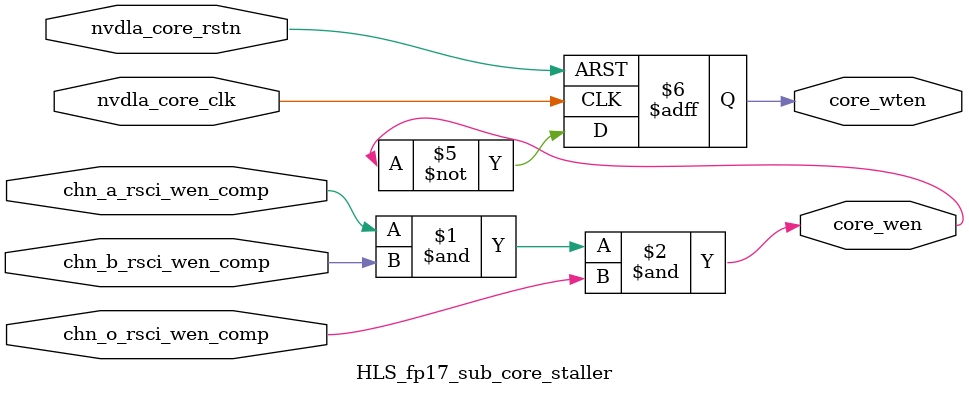
<source format=v>
module HLS_fp17_sub_core_staller (
  nvdla_core_clk, nvdla_core_rstn, core_wen, chn_a_rsci_wen_comp, core_wten, chn_b_rsci_wen_comp,
      chn_o_rsci_wen_comp
);
  input nvdla_core_clk;
  input nvdla_core_rstn;
  output core_wen;
  input chn_a_rsci_wen_comp;
  output core_wten;
  reg core_wten;
  input chn_b_rsci_wen_comp;
  input chn_o_rsci_wen_comp;
  assign core_wen = chn_a_rsci_wen_comp & chn_b_rsci_wen_comp & chn_o_rsci_wen_comp;
  always @(posedge nvdla_core_clk or negedge nvdla_core_rstn) begin
    if ( ~ nvdla_core_rstn ) begin
      core_wten <= 1'b0;
    end
    else begin
      core_wten <= ~ core_wen;
    end
  end
endmodule
</source>
